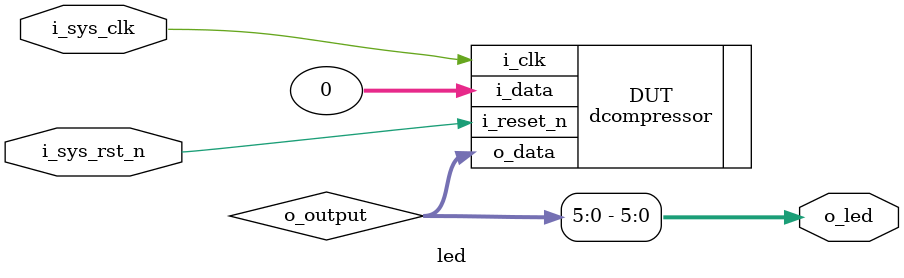
<source format=v>
module led (
    input   wire            i_sys_clk,          // clk input
    input   wire            i_sys_rst_n,        // reset input
    output  wire     [5:0]   o_led    // 6 LEDS pin
);

// module dcompressor(
//     input   wire    [0:0]   i_clk,
//     input   wire    [0:0]   i_reset_n,
//     input   wire    [7:0]   i_data,
//     output  reg     [7:0]   o_data
// );
wire [7:0] o_output;
dcompressor DUT(
    .i_clk(i_sys_clk),
    .i_reset_n(i_sys_rst_n),
    .i_data('h00),  // Example input data, modify as needed
    .o_data(o_output)   // Connect output to LED pins
);
assign o_led = o_output[5:0]; // Assign the first 6 bits to the LED output    

endmodule

</source>
